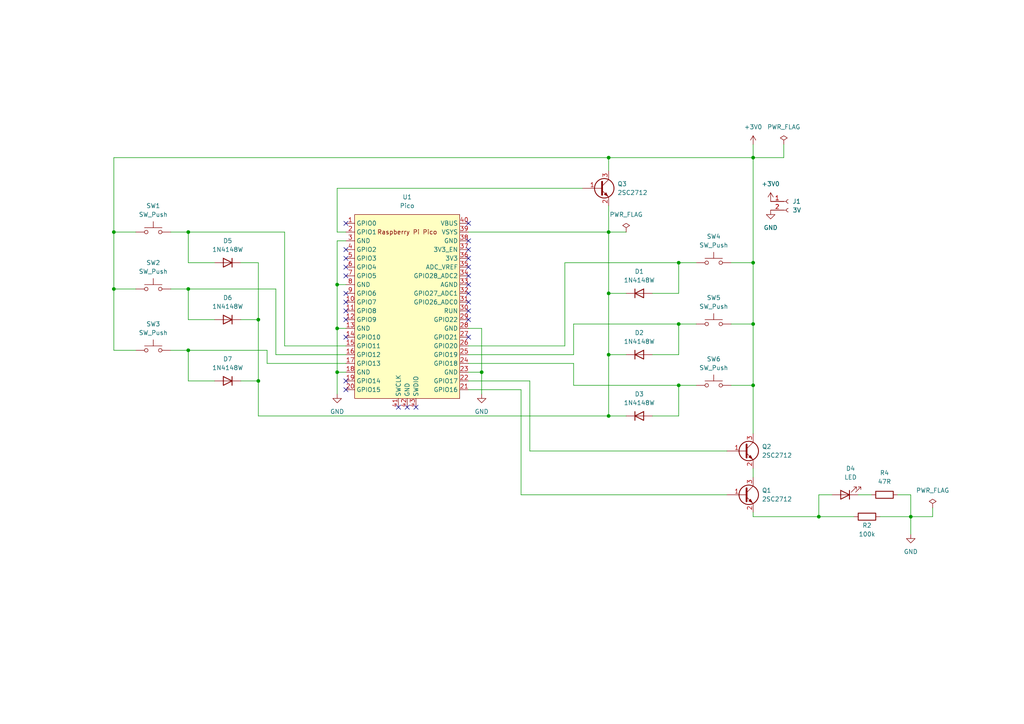
<source format=kicad_sch>
(kicad_sch (version 20211123) (generator eeschema)

  (uuid f77c0ecd-85f8-48a0-b1f0-8b4f3e3dc2b8)

  (paper "A4")

  (lib_symbols
    (symbol "Connector:Conn_01x02_Female" (pin_names (offset 1.016) hide) (in_bom yes) (on_board yes)
      (property "Reference" "J" (id 0) (at 0 2.54 0)
        (effects (font (size 1.27 1.27)))
      )
      (property "Value" "Conn_01x02_Female" (id 1) (at 0 -5.08 0)
        (effects (font (size 1.27 1.27)))
      )
      (property "Footprint" "" (id 2) (at 0 0 0)
        (effects (font (size 1.27 1.27)) hide)
      )
      (property "Datasheet" "~" (id 3) (at 0 0 0)
        (effects (font (size 1.27 1.27)) hide)
      )
      (property "ki_keywords" "connector" (id 4) (at 0 0 0)
        (effects (font (size 1.27 1.27)) hide)
      )
      (property "ki_description" "Generic connector, single row, 01x02, script generated (kicad-library-utils/schlib/autogen/connector/)" (id 5) (at 0 0 0)
        (effects (font (size 1.27 1.27)) hide)
      )
      (property "ki_fp_filters" "Connector*:*_1x??_*" (id 6) (at 0 0 0)
        (effects (font (size 1.27 1.27)) hide)
      )
      (symbol "Conn_01x02_Female_1_1"
        (arc (start 0 -2.032) (mid -0.508 -2.54) (end 0 -3.048)
          (stroke (width 0.1524) (type default) (color 0 0 0 0))
          (fill (type none))
        )
        (polyline
          (pts
            (xy -1.27 -2.54)
            (xy -0.508 -2.54)
          )
          (stroke (width 0.1524) (type default) (color 0 0 0 0))
          (fill (type none))
        )
        (polyline
          (pts
            (xy -1.27 0)
            (xy -0.508 0)
          )
          (stroke (width 0.1524) (type default) (color 0 0 0 0))
          (fill (type none))
        )
        (arc (start 0 0.508) (mid -0.508 0) (end 0 -0.508)
          (stroke (width 0.1524) (type default) (color 0 0 0 0))
          (fill (type none))
        )
        (pin passive line (at -5.08 0 0) (length 3.81)
          (name "Pin_1" (effects (font (size 1.27 1.27))))
          (number "1" (effects (font (size 1.27 1.27))))
        )
        (pin passive line (at -5.08 -2.54 0) (length 3.81)
          (name "Pin_2" (effects (font (size 1.27 1.27))))
          (number "2" (effects (font (size 1.27 1.27))))
        )
      )
    )
    (symbol "Device:LED" (pin_numbers hide) (pin_names (offset 1.016) hide) (in_bom yes) (on_board yes)
      (property "Reference" "D" (id 0) (at 0 2.54 0)
        (effects (font (size 1.27 1.27)))
      )
      (property "Value" "LED" (id 1) (at 0 -2.54 0)
        (effects (font (size 1.27 1.27)))
      )
      (property "Footprint" "" (id 2) (at 0 0 0)
        (effects (font (size 1.27 1.27)) hide)
      )
      (property "Datasheet" "~" (id 3) (at 0 0 0)
        (effects (font (size 1.27 1.27)) hide)
      )
      (property "ki_keywords" "LED diode" (id 4) (at 0 0 0)
        (effects (font (size 1.27 1.27)) hide)
      )
      (property "ki_description" "Light emitting diode" (id 5) (at 0 0 0)
        (effects (font (size 1.27 1.27)) hide)
      )
      (property "ki_fp_filters" "LED* LED_SMD:* LED_THT:*" (id 6) (at 0 0 0)
        (effects (font (size 1.27 1.27)) hide)
      )
      (symbol "LED_0_1"
        (polyline
          (pts
            (xy -1.27 -1.27)
            (xy -1.27 1.27)
          )
          (stroke (width 0.254) (type default) (color 0 0 0 0))
          (fill (type none))
        )
        (polyline
          (pts
            (xy -1.27 0)
            (xy 1.27 0)
          )
          (stroke (width 0) (type default) (color 0 0 0 0))
          (fill (type none))
        )
        (polyline
          (pts
            (xy 1.27 -1.27)
            (xy 1.27 1.27)
            (xy -1.27 0)
            (xy 1.27 -1.27)
          )
          (stroke (width 0.254) (type default) (color 0 0 0 0))
          (fill (type none))
        )
        (polyline
          (pts
            (xy -3.048 -0.762)
            (xy -4.572 -2.286)
            (xy -3.81 -2.286)
            (xy -4.572 -2.286)
            (xy -4.572 -1.524)
          )
          (stroke (width 0) (type default) (color 0 0 0 0))
          (fill (type none))
        )
        (polyline
          (pts
            (xy -1.778 -0.762)
            (xy -3.302 -2.286)
            (xy -2.54 -2.286)
            (xy -3.302 -2.286)
            (xy -3.302 -1.524)
          )
          (stroke (width 0) (type default) (color 0 0 0 0))
          (fill (type none))
        )
      )
      (symbol "LED_1_1"
        (pin passive line (at -3.81 0 0) (length 2.54)
          (name "K" (effects (font (size 1.27 1.27))))
          (number "1" (effects (font (size 1.27 1.27))))
        )
        (pin passive line (at 3.81 0 180) (length 2.54)
          (name "A" (effects (font (size 1.27 1.27))))
          (number "2" (effects (font (size 1.27 1.27))))
        )
      )
    )
    (symbol "Device:Q_NPN_BEC" (pin_names (offset 0) hide) (in_bom yes) (on_board yes)
      (property "Reference" "Q" (id 0) (at 5.08 1.27 0)
        (effects (font (size 1.27 1.27)) (justify left))
      )
      (property "Value" "Q_NPN_BEC" (id 1) (at 5.08 -1.27 0)
        (effects (font (size 1.27 1.27)) (justify left))
      )
      (property "Footprint" "" (id 2) (at 5.08 2.54 0)
        (effects (font (size 1.27 1.27)) hide)
      )
      (property "Datasheet" "~" (id 3) (at 0 0 0)
        (effects (font (size 1.27 1.27)) hide)
      )
      (property "ki_keywords" "transistor NPN" (id 4) (at 0 0 0)
        (effects (font (size 1.27 1.27)) hide)
      )
      (property "ki_description" "NPN transistor, base/emitter/collector" (id 5) (at 0 0 0)
        (effects (font (size 1.27 1.27)) hide)
      )
      (symbol "Q_NPN_BEC_0_1"
        (polyline
          (pts
            (xy 0.635 0.635)
            (xy 2.54 2.54)
          )
          (stroke (width 0) (type default) (color 0 0 0 0))
          (fill (type none))
        )
        (polyline
          (pts
            (xy 0.635 -0.635)
            (xy 2.54 -2.54)
            (xy 2.54 -2.54)
          )
          (stroke (width 0) (type default) (color 0 0 0 0))
          (fill (type none))
        )
        (polyline
          (pts
            (xy 0.635 1.905)
            (xy 0.635 -1.905)
            (xy 0.635 -1.905)
          )
          (stroke (width 0.508) (type default) (color 0 0 0 0))
          (fill (type none))
        )
        (polyline
          (pts
            (xy 1.27 -1.778)
            (xy 1.778 -1.27)
            (xy 2.286 -2.286)
            (xy 1.27 -1.778)
            (xy 1.27 -1.778)
          )
          (stroke (width 0) (type default) (color 0 0 0 0))
          (fill (type outline))
        )
        (circle (center 1.27 0) (radius 2.8194)
          (stroke (width 0.254) (type default) (color 0 0 0 0))
          (fill (type none))
        )
      )
      (symbol "Q_NPN_BEC_1_1"
        (pin input line (at -5.08 0 0) (length 5.715)
          (name "B" (effects (font (size 1.27 1.27))))
          (number "1" (effects (font (size 1.27 1.27))))
        )
        (pin passive line (at 2.54 -5.08 90) (length 2.54)
          (name "E" (effects (font (size 1.27 1.27))))
          (number "2" (effects (font (size 1.27 1.27))))
        )
        (pin passive line (at 2.54 5.08 270) (length 2.54)
          (name "C" (effects (font (size 1.27 1.27))))
          (number "3" (effects (font (size 1.27 1.27))))
        )
      )
    )
    (symbol "Device:R" (pin_numbers hide) (pin_names (offset 0)) (in_bom yes) (on_board yes)
      (property "Reference" "R" (id 0) (at 2.032 0 90)
        (effects (font (size 1.27 1.27)))
      )
      (property "Value" "R" (id 1) (at 0 0 90)
        (effects (font (size 1.27 1.27)))
      )
      (property "Footprint" "" (id 2) (at -1.778 0 90)
        (effects (font (size 1.27 1.27)) hide)
      )
      (property "Datasheet" "~" (id 3) (at 0 0 0)
        (effects (font (size 1.27 1.27)) hide)
      )
      (property "ki_keywords" "R res resistor" (id 4) (at 0 0 0)
        (effects (font (size 1.27 1.27)) hide)
      )
      (property "ki_description" "Resistor" (id 5) (at 0 0 0)
        (effects (font (size 1.27 1.27)) hide)
      )
      (property "ki_fp_filters" "R_*" (id 6) (at 0 0 0)
        (effects (font (size 1.27 1.27)) hide)
      )
      (symbol "R_0_1"
        (rectangle (start -1.016 -2.54) (end 1.016 2.54)
          (stroke (width 0.254) (type default) (color 0 0 0 0))
          (fill (type none))
        )
      )
      (symbol "R_1_1"
        (pin passive line (at 0 3.81 270) (length 1.27)
          (name "~" (effects (font (size 1.27 1.27))))
          (number "1" (effects (font (size 1.27 1.27))))
        )
        (pin passive line (at 0 -3.81 90) (length 1.27)
          (name "~" (effects (font (size 1.27 1.27))))
          (number "2" (effects (font (size 1.27 1.27))))
        )
      )
    )
    (symbol "Diode:1N4148W" (pin_numbers hide) (pin_names (offset 1.016) hide) (in_bom yes) (on_board yes)
      (property "Reference" "D" (id 0) (at 0 2.54 0)
        (effects (font (size 1.27 1.27)))
      )
      (property "Value" "1N4148W" (id 1) (at 0 -2.54 0)
        (effects (font (size 1.27 1.27)))
      )
      (property "Footprint" "Diode_SMD:D_SOD-123" (id 2) (at 0 -4.445 0)
        (effects (font (size 1.27 1.27)) hide)
      )
      (property "Datasheet" "https://www.vishay.com/docs/85748/1n4148w.pdf" (id 3) (at 0 0 0)
        (effects (font (size 1.27 1.27)) hide)
      )
      (property "ki_keywords" "diode" (id 4) (at 0 0 0)
        (effects (font (size 1.27 1.27)) hide)
      )
      (property "ki_description" "75V 0.15A Fast Switching Diode, SOD-123" (id 5) (at 0 0 0)
        (effects (font (size 1.27 1.27)) hide)
      )
      (property "ki_fp_filters" "D*SOD?123*" (id 6) (at 0 0 0)
        (effects (font (size 1.27 1.27)) hide)
      )
      (symbol "1N4148W_0_1"
        (polyline
          (pts
            (xy -1.27 1.27)
            (xy -1.27 -1.27)
          )
          (stroke (width 0.254) (type default) (color 0 0 0 0))
          (fill (type none))
        )
        (polyline
          (pts
            (xy 1.27 0)
            (xy -1.27 0)
          )
          (stroke (width 0) (type default) (color 0 0 0 0))
          (fill (type none))
        )
        (polyline
          (pts
            (xy 1.27 1.27)
            (xy 1.27 -1.27)
            (xy -1.27 0)
            (xy 1.27 1.27)
          )
          (stroke (width 0.254) (type default) (color 0 0 0 0))
          (fill (type none))
        )
      )
      (symbol "1N4148W_1_1"
        (pin passive line (at -3.81 0 0) (length 2.54)
          (name "K" (effects (font (size 1.27 1.27))))
          (number "1" (effects (font (size 1.27 1.27))))
        )
        (pin passive line (at 3.81 0 180) (length 2.54)
          (name "A" (effects (font (size 1.27 1.27))))
          (number "2" (effects (font (size 1.27 1.27))))
        )
      )
    )
    (symbol "MCU_RaspberryPi_and_Boards:Pico" (in_bom yes) (on_board yes)
      (property "Reference" "U" (id 0) (at -13.97 27.94 0)
        (effects (font (size 1.27 1.27)))
      )
      (property "Value" "Pico" (id 1) (at 0 19.05 0)
        (effects (font (size 1.27 1.27)))
      )
      (property "Footprint" "RPi_Pico:RPi_Pico_SMD_TH" (id 2) (at 0 0 90)
        (effects (font (size 1.27 1.27)) hide)
      )
      (property "Datasheet" "" (id 3) (at 0 0 0)
        (effects (font (size 1.27 1.27)) hide)
      )
      (symbol "Pico_0_0"
        (text "Raspberry Pi Pico" (at 0 21.59 0)
          (effects (font (size 1.27 1.27)))
        )
      )
      (symbol "Pico_0_1"
        (rectangle (start -15.24 26.67) (end 15.24 -26.67)
          (stroke (width 0) (type default) (color 0 0 0 0))
          (fill (type background))
        )
      )
      (symbol "Pico_1_1"
        (pin bidirectional line (at -17.78 24.13 0) (length 2.54)
          (name "GPIO0" (effects (font (size 1.27 1.27))))
          (number "1" (effects (font (size 1.27 1.27))))
        )
        (pin bidirectional line (at -17.78 1.27 0) (length 2.54)
          (name "GPIO7" (effects (font (size 1.27 1.27))))
          (number "10" (effects (font (size 1.27 1.27))))
        )
        (pin bidirectional line (at -17.78 -1.27 0) (length 2.54)
          (name "GPIO8" (effects (font (size 1.27 1.27))))
          (number "11" (effects (font (size 1.27 1.27))))
        )
        (pin bidirectional line (at -17.78 -3.81 0) (length 2.54)
          (name "GPIO9" (effects (font (size 1.27 1.27))))
          (number "12" (effects (font (size 1.27 1.27))))
        )
        (pin power_in line (at -17.78 -6.35 0) (length 2.54)
          (name "GND" (effects (font (size 1.27 1.27))))
          (number "13" (effects (font (size 1.27 1.27))))
        )
        (pin bidirectional line (at -17.78 -8.89 0) (length 2.54)
          (name "GPIO10" (effects (font (size 1.27 1.27))))
          (number "14" (effects (font (size 1.27 1.27))))
        )
        (pin bidirectional line (at -17.78 -11.43 0) (length 2.54)
          (name "GPIO11" (effects (font (size 1.27 1.27))))
          (number "15" (effects (font (size 1.27 1.27))))
        )
        (pin bidirectional line (at -17.78 -13.97 0) (length 2.54)
          (name "GPIO12" (effects (font (size 1.27 1.27))))
          (number "16" (effects (font (size 1.27 1.27))))
        )
        (pin bidirectional line (at -17.78 -16.51 0) (length 2.54)
          (name "GPIO13" (effects (font (size 1.27 1.27))))
          (number "17" (effects (font (size 1.27 1.27))))
        )
        (pin power_in line (at -17.78 -19.05 0) (length 2.54)
          (name "GND" (effects (font (size 1.27 1.27))))
          (number "18" (effects (font (size 1.27 1.27))))
        )
        (pin bidirectional line (at -17.78 -21.59 0) (length 2.54)
          (name "GPIO14" (effects (font (size 1.27 1.27))))
          (number "19" (effects (font (size 1.27 1.27))))
        )
        (pin bidirectional line (at -17.78 21.59 0) (length 2.54)
          (name "GPIO1" (effects (font (size 1.27 1.27))))
          (number "2" (effects (font (size 1.27 1.27))))
        )
        (pin bidirectional line (at -17.78 -24.13 0) (length 2.54)
          (name "GPIO15" (effects (font (size 1.27 1.27))))
          (number "20" (effects (font (size 1.27 1.27))))
        )
        (pin bidirectional line (at 17.78 -24.13 180) (length 2.54)
          (name "GPIO16" (effects (font (size 1.27 1.27))))
          (number "21" (effects (font (size 1.27 1.27))))
        )
        (pin bidirectional line (at 17.78 -21.59 180) (length 2.54)
          (name "GPIO17" (effects (font (size 1.27 1.27))))
          (number "22" (effects (font (size 1.27 1.27))))
        )
        (pin power_in line (at 17.78 -19.05 180) (length 2.54)
          (name "GND" (effects (font (size 1.27 1.27))))
          (number "23" (effects (font (size 1.27 1.27))))
        )
        (pin bidirectional line (at 17.78 -16.51 180) (length 2.54)
          (name "GPIO18" (effects (font (size 1.27 1.27))))
          (number "24" (effects (font (size 1.27 1.27))))
        )
        (pin bidirectional line (at 17.78 -13.97 180) (length 2.54)
          (name "GPIO19" (effects (font (size 1.27 1.27))))
          (number "25" (effects (font (size 1.27 1.27))))
        )
        (pin bidirectional line (at 17.78 -11.43 180) (length 2.54)
          (name "GPIO20" (effects (font (size 1.27 1.27))))
          (number "26" (effects (font (size 1.27 1.27))))
        )
        (pin bidirectional line (at 17.78 -8.89 180) (length 2.54)
          (name "GPIO21" (effects (font (size 1.27 1.27))))
          (number "27" (effects (font (size 1.27 1.27))))
        )
        (pin power_in line (at 17.78 -6.35 180) (length 2.54)
          (name "GND" (effects (font (size 1.27 1.27))))
          (number "28" (effects (font (size 1.27 1.27))))
        )
        (pin bidirectional line (at 17.78 -3.81 180) (length 2.54)
          (name "GPIO22" (effects (font (size 1.27 1.27))))
          (number "29" (effects (font (size 1.27 1.27))))
        )
        (pin power_in line (at -17.78 19.05 0) (length 2.54)
          (name "GND" (effects (font (size 1.27 1.27))))
          (number "3" (effects (font (size 1.27 1.27))))
        )
        (pin input line (at 17.78 -1.27 180) (length 2.54)
          (name "RUN" (effects (font (size 1.27 1.27))))
          (number "30" (effects (font (size 1.27 1.27))))
        )
        (pin bidirectional line (at 17.78 1.27 180) (length 2.54)
          (name "GPIO26_ADC0" (effects (font (size 1.27 1.27))))
          (number "31" (effects (font (size 1.27 1.27))))
        )
        (pin bidirectional line (at 17.78 3.81 180) (length 2.54)
          (name "GPIO27_ADC1" (effects (font (size 1.27 1.27))))
          (number "32" (effects (font (size 1.27 1.27))))
        )
        (pin power_in line (at 17.78 6.35 180) (length 2.54)
          (name "AGND" (effects (font (size 1.27 1.27))))
          (number "33" (effects (font (size 1.27 1.27))))
        )
        (pin bidirectional line (at 17.78 8.89 180) (length 2.54)
          (name "GPIO28_ADC2" (effects (font (size 1.27 1.27))))
          (number "34" (effects (font (size 1.27 1.27))))
        )
        (pin power_in line (at 17.78 11.43 180) (length 2.54)
          (name "ADC_VREF" (effects (font (size 1.27 1.27))))
          (number "35" (effects (font (size 1.27 1.27))))
        )
        (pin power_in line (at 17.78 13.97 180) (length 2.54)
          (name "3V3" (effects (font (size 1.27 1.27))))
          (number "36" (effects (font (size 1.27 1.27))))
        )
        (pin input line (at 17.78 16.51 180) (length 2.54)
          (name "3V3_EN" (effects (font (size 1.27 1.27))))
          (number "37" (effects (font (size 1.27 1.27))))
        )
        (pin bidirectional line (at 17.78 19.05 180) (length 2.54)
          (name "GND" (effects (font (size 1.27 1.27))))
          (number "38" (effects (font (size 1.27 1.27))))
        )
        (pin power_in line (at 17.78 21.59 180) (length 2.54)
          (name "VSYS" (effects (font (size 1.27 1.27))))
          (number "39" (effects (font (size 1.27 1.27))))
        )
        (pin bidirectional line (at -17.78 16.51 0) (length 2.54)
          (name "GPIO2" (effects (font (size 1.27 1.27))))
          (number "4" (effects (font (size 1.27 1.27))))
        )
        (pin power_in line (at 17.78 24.13 180) (length 2.54)
          (name "VBUS" (effects (font (size 1.27 1.27))))
          (number "40" (effects (font (size 1.27 1.27))))
        )
        (pin input line (at -2.54 -29.21 90) (length 2.54)
          (name "SWCLK" (effects (font (size 1.27 1.27))))
          (number "41" (effects (font (size 1.27 1.27))))
        )
        (pin power_in line (at 0 -29.21 90) (length 2.54)
          (name "GND" (effects (font (size 1.27 1.27))))
          (number "42" (effects (font (size 1.27 1.27))))
        )
        (pin bidirectional line (at 2.54 -29.21 90) (length 2.54)
          (name "SWDIO" (effects (font (size 1.27 1.27))))
          (number "43" (effects (font (size 1.27 1.27))))
        )
        (pin bidirectional line (at -17.78 13.97 0) (length 2.54)
          (name "GPIO3" (effects (font (size 1.27 1.27))))
          (number "5" (effects (font (size 1.27 1.27))))
        )
        (pin bidirectional line (at -17.78 11.43 0) (length 2.54)
          (name "GPIO4" (effects (font (size 1.27 1.27))))
          (number "6" (effects (font (size 1.27 1.27))))
        )
        (pin bidirectional line (at -17.78 8.89 0) (length 2.54)
          (name "GPIO5" (effects (font (size 1.27 1.27))))
          (number "7" (effects (font (size 1.27 1.27))))
        )
        (pin power_in line (at -17.78 6.35 0) (length 2.54)
          (name "GND" (effects (font (size 1.27 1.27))))
          (number "8" (effects (font (size 1.27 1.27))))
        )
        (pin bidirectional line (at -17.78 3.81 0) (length 2.54)
          (name "GPIO6" (effects (font (size 1.27 1.27))))
          (number "9" (effects (font (size 1.27 1.27))))
        )
      )
    )
    (symbol "Switch:SW_Push" (pin_numbers hide) (pin_names (offset 1.016) hide) (in_bom yes) (on_board yes)
      (property "Reference" "SW" (id 0) (at 1.27 2.54 0)
        (effects (font (size 1.27 1.27)) (justify left))
      )
      (property "Value" "SW_Push" (id 1) (at 0 -1.524 0)
        (effects (font (size 1.27 1.27)))
      )
      (property "Footprint" "" (id 2) (at 0 5.08 0)
        (effects (font (size 1.27 1.27)) hide)
      )
      (property "Datasheet" "~" (id 3) (at 0 5.08 0)
        (effects (font (size 1.27 1.27)) hide)
      )
      (property "ki_keywords" "switch normally-open pushbutton push-button" (id 4) (at 0 0 0)
        (effects (font (size 1.27 1.27)) hide)
      )
      (property "ki_description" "Push button switch, generic, two pins" (id 5) (at 0 0 0)
        (effects (font (size 1.27 1.27)) hide)
      )
      (symbol "SW_Push_0_1"
        (circle (center -2.032 0) (radius 0.508)
          (stroke (width 0) (type default) (color 0 0 0 0))
          (fill (type none))
        )
        (polyline
          (pts
            (xy 0 1.27)
            (xy 0 3.048)
          )
          (stroke (width 0) (type default) (color 0 0 0 0))
          (fill (type none))
        )
        (polyline
          (pts
            (xy 2.54 1.27)
            (xy -2.54 1.27)
          )
          (stroke (width 0) (type default) (color 0 0 0 0))
          (fill (type none))
        )
        (circle (center 2.032 0) (radius 0.508)
          (stroke (width 0) (type default) (color 0 0 0 0))
          (fill (type none))
        )
        (pin passive line (at -5.08 0 0) (length 2.54)
          (name "1" (effects (font (size 1.27 1.27))))
          (number "1" (effects (font (size 1.27 1.27))))
        )
        (pin passive line (at 5.08 0 180) (length 2.54)
          (name "2" (effects (font (size 1.27 1.27))))
          (number "2" (effects (font (size 1.27 1.27))))
        )
      )
    )
    (symbol "power:+3V0" (power) (pin_names (offset 0)) (in_bom yes) (on_board yes)
      (property "Reference" "#PWR" (id 0) (at 0 -3.81 0)
        (effects (font (size 1.27 1.27)) hide)
      )
      (property "Value" "+3V0" (id 1) (at 0 3.556 0)
        (effects (font (size 1.27 1.27)))
      )
      (property "Footprint" "" (id 2) (at 0 0 0)
        (effects (font (size 1.27 1.27)) hide)
      )
      (property "Datasheet" "" (id 3) (at 0 0 0)
        (effects (font (size 1.27 1.27)) hide)
      )
      (property "ki_keywords" "power-flag" (id 4) (at 0 0 0)
        (effects (font (size 1.27 1.27)) hide)
      )
      (property "ki_description" "Power symbol creates a global label with name \"+3V0\"" (id 5) (at 0 0 0)
        (effects (font (size 1.27 1.27)) hide)
      )
      (symbol "+3V0_0_1"
        (polyline
          (pts
            (xy -0.762 1.27)
            (xy 0 2.54)
          )
          (stroke (width 0) (type default) (color 0 0 0 0))
          (fill (type none))
        )
        (polyline
          (pts
            (xy 0 0)
            (xy 0 2.54)
          )
          (stroke (width 0) (type default) (color 0 0 0 0))
          (fill (type none))
        )
        (polyline
          (pts
            (xy 0 2.54)
            (xy 0.762 1.27)
          )
          (stroke (width 0) (type default) (color 0 0 0 0))
          (fill (type none))
        )
      )
      (symbol "+3V0_1_1"
        (pin power_in line (at 0 0 90) (length 0) hide
          (name "+3V0" (effects (font (size 1.27 1.27))))
          (number "1" (effects (font (size 1.27 1.27))))
        )
      )
    )
    (symbol "power:GND" (power) (pin_names (offset 0)) (in_bom yes) (on_board yes)
      (property "Reference" "#PWR" (id 0) (at 0 -6.35 0)
        (effects (font (size 1.27 1.27)) hide)
      )
      (property "Value" "GND" (id 1) (at 0 -3.81 0)
        (effects (font (size 1.27 1.27)))
      )
      (property "Footprint" "" (id 2) (at 0 0 0)
        (effects (font (size 1.27 1.27)) hide)
      )
      (property "Datasheet" "" (id 3) (at 0 0 0)
        (effects (font (size 1.27 1.27)) hide)
      )
      (property "ki_keywords" "power-flag" (id 4) (at 0 0 0)
        (effects (font (size 1.27 1.27)) hide)
      )
      (property "ki_description" "Power symbol creates a global label with name \"GND\" , ground" (id 5) (at 0 0 0)
        (effects (font (size 1.27 1.27)) hide)
      )
      (symbol "GND_0_1"
        (polyline
          (pts
            (xy 0 0)
            (xy 0 -1.27)
            (xy 1.27 -1.27)
            (xy 0 -2.54)
            (xy -1.27 -1.27)
            (xy 0 -1.27)
          )
          (stroke (width 0) (type default) (color 0 0 0 0))
          (fill (type none))
        )
      )
      (symbol "GND_1_1"
        (pin power_in line (at 0 0 270) (length 0) hide
          (name "GND" (effects (font (size 1.27 1.27))))
          (number "1" (effects (font (size 1.27 1.27))))
        )
      )
    )
    (symbol "power:PWR_FLAG" (power) (pin_numbers hide) (pin_names (offset 0) hide) (in_bom yes) (on_board yes)
      (property "Reference" "#FLG" (id 0) (at 0 1.905 0)
        (effects (font (size 1.27 1.27)) hide)
      )
      (property "Value" "PWR_FLAG" (id 1) (at 0 3.81 0)
        (effects (font (size 1.27 1.27)))
      )
      (property "Footprint" "" (id 2) (at 0 0 0)
        (effects (font (size 1.27 1.27)) hide)
      )
      (property "Datasheet" "~" (id 3) (at 0 0 0)
        (effects (font (size 1.27 1.27)) hide)
      )
      (property "ki_keywords" "power-flag" (id 4) (at 0 0 0)
        (effects (font (size 1.27 1.27)) hide)
      )
      (property "ki_description" "Special symbol for telling ERC where power comes from" (id 5) (at 0 0 0)
        (effects (font (size 1.27 1.27)) hide)
      )
      (symbol "PWR_FLAG_0_0"
        (pin power_out line (at 0 0 90) (length 0)
          (name "pwr" (effects (font (size 1.27 1.27))))
          (number "1" (effects (font (size 1.27 1.27))))
        )
      )
      (symbol "PWR_FLAG_0_1"
        (polyline
          (pts
            (xy 0 0)
            (xy 0 1.27)
            (xy -1.016 1.905)
            (xy 0 2.54)
            (xy 1.016 1.905)
            (xy 0 1.27)
          )
          (stroke (width 0) (type default) (color 0 0 0 0))
          (fill (type none))
        )
      )
    )
  )

  (junction (at 54.61 83.82) (diameter 0) (color 0 0 0 0)
    (uuid 11251e7d-9b91-43e6-8131-885d5d3ee79c)
  )
  (junction (at 218.44 45.72) (diameter 0) (color 0 0 0 0)
    (uuid 121829ac-147b-48a9-8221-9a4bd7c59d2c)
  )
  (junction (at 218.44 76.2) (diameter 0) (color 0 0 0 0)
    (uuid 19671aa9-998d-4c3d-96bb-7740f63f8829)
  )
  (junction (at 264.16 149.86) (diameter 0) (color 0 0 0 0)
    (uuid 1e26caf4-11e6-493a-8190-332905190ec5)
  )
  (junction (at 33.02 67.31) (diameter 0) (color 0 0 0 0)
    (uuid 208a58ae-87f4-46a3-8552-132f2f99210b)
  )
  (junction (at 218.44 93.98) (diameter 0) (color 0 0 0 0)
    (uuid 20b6e915-f889-4601-879a-91b77b20d137)
  )
  (junction (at 176.53 67.31) (diameter 0) (color 0 0 0 0)
    (uuid 2cb5efda-ccb5-4b36-ad25-5c66e47a8134)
  )
  (junction (at 74.93 92.71) (diameter 0) (color 0 0 0 0)
    (uuid 43fc25a9-2d74-4989-a560-24c4dfef4d52)
  )
  (junction (at 176.53 102.87) (diameter 0) (color 0 0 0 0)
    (uuid 4694ce38-3164-4cce-9d4a-ad2e541142c8)
  )
  (junction (at 176.53 45.72) (diameter 0) (color 0 0 0 0)
    (uuid 4f56037b-0454-4e1b-b36e-de20a38599ba)
  )
  (junction (at 196.85 93.98) (diameter 0) (color 0 0 0 0)
    (uuid 52796682-e0c0-48f7-82d0-51bd14b72803)
  )
  (junction (at 196.85 76.2) (diameter 0) (color 0 0 0 0)
    (uuid 5341bb47-2aad-42ef-af3b-0da5bd383294)
  )
  (junction (at 196.85 111.76) (diameter 0) (color 0 0 0 0)
    (uuid 7474f4a6-989b-4db1-811e-cca9db8a90fc)
  )
  (junction (at 97.79 107.95) (diameter 0) (color 0 0 0 0)
    (uuid 861aca40-8a29-4c21-8bb1-0034999b74ba)
  )
  (junction (at 97.79 82.55) (diameter 0) (color 0 0 0 0)
    (uuid 90155622-df4e-46c9-a9a4-147ab75a84b4)
  )
  (junction (at 176.53 120.65) (diameter 0) (color 0 0 0 0)
    (uuid 9a5df7f7-93d8-4307-a488-06faf1f69b48)
  )
  (junction (at 54.61 101.6) (diameter 0) (color 0 0 0 0)
    (uuid 9bb6f3e6-8294-45f6-9909-863dda0c108f)
  )
  (junction (at 218.44 111.76) (diameter 0) (color 0 0 0 0)
    (uuid a1ba6fa5-f080-4cce-9891-03bede5f873c)
  )
  (junction (at 237.49 149.86) (diameter 0) (color 0 0 0 0)
    (uuid a4a84a79-aab6-4767-86cd-61d3584e9e33)
  )
  (junction (at 74.93 110.49) (diameter 0) (color 0 0 0 0)
    (uuid ae0a9ca7-964e-4863-b975-31c825722cd6)
  )
  (junction (at 139.7 107.95) (diameter 0) (color 0 0 0 0)
    (uuid b1da3fe9-6625-4a82-9cb9-3f5bf83c48d4)
  )
  (junction (at 176.53 85.09) (diameter 0) (color 0 0 0 0)
    (uuid bec64402-9439-4b31-929e-a9987468534a)
  )
  (junction (at 33.02 83.82) (diameter 0) (color 0 0 0 0)
    (uuid c05d33dc-1d15-42f9-b3ef-ce3571d4daef)
  )
  (junction (at 54.61 67.31) (diameter 0) (color 0 0 0 0)
    (uuid c4167e24-4236-441a-a0af-8242eda714d6)
  )
  (junction (at 97.79 95.25) (diameter 0) (color 0 0 0 0)
    (uuid de493746-f7e6-427e-910b-06acbb001707)
  )

  (no_connect (at 135.89 69.85) (uuid 6e69850e-a506-4335-872d-1b52eaf01634))
  (no_connect (at 118.11 118.11) (uuid 81a08eb2-ec90-4415-91ce-9c8485febf9a))
  (no_connect (at 115.57 118.11) (uuid 81a08eb2-ec90-4415-91ce-9c8485febf9b))
  (no_connect (at 120.65 118.11) (uuid 81a08eb2-ec90-4415-91ce-9c8485febf9c))
  (no_connect (at 135.89 72.39) (uuid cc0db0d1-5a65-4648-a2db-ce4369d559fb))
  (no_connect (at 135.89 74.93) (uuid cc0db0d1-5a65-4648-a2db-ce4369d559fc))
  (no_connect (at 135.89 90.17) (uuid cc0db0d1-5a65-4648-a2db-ce4369d559fd))
  (no_connect (at 135.89 87.63) (uuid cc0db0d1-5a65-4648-a2db-ce4369d559fe))
  (no_connect (at 135.89 97.79) (uuid cc0db0d1-5a65-4648-a2db-ce4369d559ff))
  (no_connect (at 135.89 92.71) (uuid cc0db0d1-5a65-4648-a2db-ce4369d55a00))
  (no_connect (at 135.89 77.47) (uuid cc0db0d1-5a65-4648-a2db-ce4369d55a01))
  (no_connect (at 135.89 80.01) (uuid cc0db0d1-5a65-4648-a2db-ce4369d55a02))
  (no_connect (at 135.89 85.09) (uuid cc0db0d1-5a65-4648-a2db-ce4369d55a03))
  (no_connect (at 135.89 82.55) (uuid cc0db0d1-5a65-4648-a2db-ce4369d55a04))
  (no_connect (at 100.33 85.09) (uuid cc0db0d1-5a65-4648-a2db-ce4369d55a05))
  (no_connect (at 100.33 80.01) (uuid cc0db0d1-5a65-4648-a2db-ce4369d55a06))
  (no_connect (at 100.33 77.47) (uuid cc0db0d1-5a65-4648-a2db-ce4369d55a07))
  (no_connect (at 100.33 74.93) (uuid cc0db0d1-5a65-4648-a2db-ce4369d55a08))
  (no_connect (at 100.33 72.39) (uuid cc0db0d1-5a65-4648-a2db-ce4369d55a09))
  (no_connect (at 100.33 64.77) (uuid cc0db0d1-5a65-4648-a2db-ce4369d55a0a))
  (no_connect (at 135.89 64.77) (uuid cc0db0d1-5a65-4648-a2db-ce4369d55a0b))
  (no_connect (at 100.33 97.79) (uuid cc0db0d1-5a65-4648-a2db-ce4369d55a0c))
  (no_connect (at 100.33 92.71) (uuid cc0db0d1-5a65-4648-a2db-ce4369d55a0d))
  (no_connect (at 100.33 90.17) (uuid cc0db0d1-5a65-4648-a2db-ce4369d55a0e))
  (no_connect (at 100.33 87.63) (uuid cc0db0d1-5a65-4648-a2db-ce4369d55a0f))
  (no_connect (at 100.33 113.03) (uuid cc0db0d1-5a65-4648-a2db-ce4369d55a10))
  (no_connect (at 100.33 110.49) (uuid cc0db0d1-5a65-4648-a2db-ce4369d55a11))

  (wire (pts (xy 166.37 93.98) (xy 166.37 102.87))
    (stroke (width 0) (type default) (color 0 0 0 0))
    (uuid 01628ef7-435e-43ac-a248-219c70ff868a)
  )
  (wire (pts (xy 54.61 101.6) (xy 77.47 101.6))
    (stroke (width 0) (type default) (color 0 0 0 0))
    (uuid 022391e7-2de1-40f4-8253-d18ced29d70a)
  )
  (wire (pts (xy 97.79 82.55) (xy 97.79 95.25))
    (stroke (width 0) (type default) (color 0 0 0 0))
    (uuid 0294907b-91e4-41e6-b2ee-c03b0fbf3706)
  )
  (wire (pts (xy 97.79 69.85) (xy 97.79 82.55))
    (stroke (width 0) (type default) (color 0 0 0 0))
    (uuid 038d35d4-87c2-4215-bbe0-e7f68f762f0e)
  )
  (wire (pts (xy 218.44 148.59) (xy 218.44 149.86))
    (stroke (width 0) (type default) (color 0 0 0 0))
    (uuid 0596e5b4-aea4-4ef8-af4d-b1c0d148e077)
  )
  (wire (pts (xy 264.16 149.86) (xy 264.16 154.94))
    (stroke (width 0) (type default) (color 0 0 0 0))
    (uuid 0791315e-f50a-4b4a-8ef8-3b37cada8756)
  )
  (wire (pts (xy 151.13 113.03) (xy 151.13 143.51))
    (stroke (width 0) (type default) (color 0 0 0 0))
    (uuid 07c044f1-d230-45bf-a0f2-e7dae2251768)
  )
  (wire (pts (xy 166.37 93.98) (xy 196.85 93.98))
    (stroke (width 0) (type default) (color 0 0 0 0))
    (uuid 08ff9e1e-b945-46a4-b6b9-b16f072f236d)
  )
  (wire (pts (xy 212.09 93.98) (xy 218.44 93.98))
    (stroke (width 0) (type default) (color 0 0 0 0))
    (uuid 094ea97d-0a0a-4728-bff8-b2a3156435e3)
  )
  (wire (pts (xy 176.53 49.53) (xy 176.53 45.72))
    (stroke (width 0) (type default) (color 0 0 0 0))
    (uuid 12464281-4048-46e6-805f-cb9bc2a598cc)
  )
  (wire (pts (xy 189.23 85.09) (xy 196.85 85.09))
    (stroke (width 0) (type default) (color 0 0 0 0))
    (uuid 124eee71-a752-423a-bcd5-89f8d31bb339)
  )
  (wire (pts (xy 135.89 100.33) (xy 163.83 100.33))
    (stroke (width 0) (type default) (color 0 0 0 0))
    (uuid 12d84bb7-1917-4dac-8d73-512919fbd8c8)
  )
  (wire (pts (xy 196.85 93.98) (xy 201.93 93.98))
    (stroke (width 0) (type default) (color 0 0 0 0))
    (uuid 16abd5fc-f110-4174-8d16-e005b31ff16e)
  )
  (wire (pts (xy 176.53 67.31) (xy 176.53 85.09))
    (stroke (width 0) (type default) (color 0 0 0 0))
    (uuid 1df9b3a8-0d9a-4804-8042-3ebc9d45100c)
  )
  (wire (pts (xy 69.85 110.49) (xy 74.93 110.49))
    (stroke (width 0) (type default) (color 0 0 0 0))
    (uuid 1e612569-d51e-4552-8c17-ee4496ae117d)
  )
  (wire (pts (xy 237.49 143.51) (xy 237.49 149.86))
    (stroke (width 0) (type default) (color 0 0 0 0))
    (uuid 1efa6a17-8dfa-433b-8de7-bcdf004e66be)
  )
  (wire (pts (xy 153.67 130.81) (xy 210.82 130.81))
    (stroke (width 0) (type default) (color 0 0 0 0))
    (uuid 1f1e3d68-a947-4612-b78b-f85f3c00f3c1)
  )
  (wire (pts (xy 135.89 102.87) (xy 166.37 102.87))
    (stroke (width 0) (type default) (color 0 0 0 0))
    (uuid 1f444471-f0fe-494f-894f-5d9973d6447b)
  )
  (wire (pts (xy 270.51 149.86) (xy 264.16 149.86))
    (stroke (width 0) (type default) (color 0 0 0 0))
    (uuid 229c795c-660d-47e6-ba1d-3b05a859dc7e)
  )
  (wire (pts (xy 97.79 54.61) (xy 97.79 67.31))
    (stroke (width 0) (type default) (color 0 0 0 0))
    (uuid 2447e65d-2689-49b0-81e6-69f2dcdd6a39)
  )
  (wire (pts (xy 153.67 110.49) (xy 153.67 130.81))
    (stroke (width 0) (type default) (color 0 0 0 0))
    (uuid 27dc6b71-963b-4c06-bc24-91a73fb024ed)
  )
  (wire (pts (xy 176.53 102.87) (xy 181.61 102.87))
    (stroke (width 0) (type default) (color 0 0 0 0))
    (uuid 29946ab7-baab-4f7a-bfac-b00ad0038f1c)
  )
  (wire (pts (xy 176.53 120.65) (xy 181.61 120.65))
    (stroke (width 0) (type default) (color 0 0 0 0))
    (uuid 2a93f1a3-e7da-47d5-a06b-90988988101d)
  )
  (wire (pts (xy 196.85 111.76) (xy 196.85 120.65))
    (stroke (width 0) (type default) (color 0 0 0 0))
    (uuid 2bf6884c-adbe-4f03-bdf4-ce389625f2f2)
  )
  (wire (pts (xy 218.44 111.76) (xy 218.44 125.73))
    (stroke (width 0) (type default) (color 0 0 0 0))
    (uuid 2d3d0d14-be4d-45a4-b523-387be7e6c5fe)
  )
  (wire (pts (xy 97.79 107.95) (xy 100.33 107.95))
    (stroke (width 0) (type default) (color 0 0 0 0))
    (uuid 2d497004-b59a-4a11-ab5b-5bfccd1a3e08)
  )
  (wire (pts (xy 227.33 41.91) (xy 227.33 45.72))
    (stroke (width 0) (type default) (color 0 0 0 0))
    (uuid 2dae097c-ccf3-4758-b2bd-37db12c4da58)
  )
  (wire (pts (xy 33.02 45.72) (xy 33.02 67.31))
    (stroke (width 0) (type default) (color 0 0 0 0))
    (uuid 2ea380d6-86df-49e5-ad55-5c962dde97b2)
  )
  (wire (pts (xy 139.7 107.95) (xy 139.7 114.3))
    (stroke (width 0) (type default) (color 0 0 0 0))
    (uuid 30a23112-2cf7-47aa-a70a-d82bfeefd7d6)
  )
  (wire (pts (xy 176.53 59.69) (xy 176.53 67.31))
    (stroke (width 0) (type default) (color 0 0 0 0))
    (uuid 3114e14f-8e13-4f8c-a650-4be4f7f8d208)
  )
  (wire (pts (xy 135.89 110.49) (xy 153.67 110.49))
    (stroke (width 0) (type default) (color 0 0 0 0))
    (uuid 3144491f-0f53-4abb-bc1f-8672a58c252a)
  )
  (wire (pts (xy 100.33 105.41) (xy 77.47 105.41))
    (stroke (width 0) (type default) (color 0 0 0 0))
    (uuid 35d655da-486e-409e-9878-5355d77cb3bd)
  )
  (wire (pts (xy 33.02 101.6) (xy 33.02 83.82))
    (stroke (width 0) (type default) (color 0 0 0 0))
    (uuid 3cf3cad0-90c9-49ae-bcda-db074a850877)
  )
  (wire (pts (xy 80.01 83.82) (xy 80.01 102.87))
    (stroke (width 0) (type default) (color 0 0 0 0))
    (uuid 3d5784f8-9212-40cd-b864-b61cd73dbf47)
  )
  (wire (pts (xy 54.61 83.82) (xy 54.61 92.71))
    (stroke (width 0) (type default) (color 0 0 0 0))
    (uuid 3f75806b-47df-4c5a-97e2-c0ffaa19fc9a)
  )
  (wire (pts (xy 74.93 110.49) (xy 74.93 120.65))
    (stroke (width 0) (type default) (color 0 0 0 0))
    (uuid 406a94a6-df19-4e01-b1fb-72e3e62fc862)
  )
  (wire (pts (xy 227.33 45.72) (xy 218.44 45.72))
    (stroke (width 0) (type default) (color 0 0 0 0))
    (uuid 427e9190-69da-4ab1-b553-3216a3740b67)
  )
  (wire (pts (xy 54.61 67.31) (xy 54.61 76.2))
    (stroke (width 0) (type default) (color 0 0 0 0))
    (uuid 47185da3-6a56-4db1-b021-feb0640ed514)
  )
  (wire (pts (xy 54.61 83.82) (xy 49.53 83.82))
    (stroke (width 0) (type default) (color 0 0 0 0))
    (uuid 4b230167-7784-4c85-9f53-ba88c71ab58b)
  )
  (wire (pts (xy 82.55 67.31) (xy 82.55 100.33))
    (stroke (width 0) (type default) (color 0 0 0 0))
    (uuid 4cac9bf1-a2b6-4fcd-8853-ef0c0dfaa50c)
  )
  (wire (pts (xy 77.47 101.6) (xy 77.47 105.41))
    (stroke (width 0) (type default) (color 0 0 0 0))
    (uuid 4d16defd-cd3c-42df-931e-d105c9e355fb)
  )
  (wire (pts (xy 176.53 45.72) (xy 33.02 45.72))
    (stroke (width 0) (type default) (color 0 0 0 0))
    (uuid 4e768cbf-a69a-4ca2-a34f-95eb877bb3b3)
  )
  (wire (pts (xy 196.85 76.2) (xy 201.93 76.2))
    (stroke (width 0) (type default) (color 0 0 0 0))
    (uuid 4f363d81-4741-4afa-b8b4-97429499be7a)
  )
  (wire (pts (xy 196.85 111.76) (xy 201.93 111.76))
    (stroke (width 0) (type default) (color 0 0 0 0))
    (uuid 4f939ba1-cda4-4fd6-b4e5-f7f8362b082e)
  )
  (wire (pts (xy 39.37 67.31) (xy 33.02 67.31))
    (stroke (width 0) (type default) (color 0 0 0 0))
    (uuid 59f23e85-9ad8-4da2-8550-4bb621f1d067)
  )
  (wire (pts (xy 218.44 135.89) (xy 218.44 138.43))
    (stroke (width 0) (type default) (color 0 0 0 0))
    (uuid 5a85fc70-906d-4f95-b7b0-2c5b0b4d2ce6)
  )
  (wire (pts (xy 166.37 111.76) (xy 196.85 111.76))
    (stroke (width 0) (type default) (color 0 0 0 0))
    (uuid 607a7d5a-9bcb-403e-9916-9eee09608bab)
  )
  (wire (pts (xy 54.61 67.31) (xy 49.53 67.31))
    (stroke (width 0) (type default) (color 0 0 0 0))
    (uuid 6091299b-de42-4bb9-92c5-3e5a2ed9e2ac)
  )
  (wire (pts (xy 97.79 69.85) (xy 100.33 69.85))
    (stroke (width 0) (type default) (color 0 0 0 0))
    (uuid 625653c2-cd11-4d09-81a6-35d10827f13b)
  )
  (wire (pts (xy 218.44 149.86) (xy 237.49 149.86))
    (stroke (width 0) (type default) (color 0 0 0 0))
    (uuid 6e1e7daf-9eab-427e-bdb9-ce02dd2dc16c)
  )
  (wire (pts (xy 212.09 76.2) (xy 218.44 76.2))
    (stroke (width 0) (type default) (color 0 0 0 0))
    (uuid 6efd8b6a-5791-4972-800a-3fa2b3f9034f)
  )
  (wire (pts (xy 176.53 67.31) (xy 181.61 67.31))
    (stroke (width 0) (type default) (color 0 0 0 0))
    (uuid 70078c64-0cfc-49b2-9b09-81730d8b2d6f)
  )
  (wire (pts (xy 135.89 95.25) (xy 139.7 95.25))
    (stroke (width 0) (type default) (color 0 0 0 0))
    (uuid 714e1834-82b6-4d83-9c80-46d1130855ad)
  )
  (wire (pts (xy 54.61 67.31) (xy 82.55 67.31))
    (stroke (width 0) (type default) (color 0 0 0 0))
    (uuid 763b5f9e-79c2-4169-97fa-7de11f7f5427)
  )
  (wire (pts (xy 39.37 101.6) (xy 33.02 101.6))
    (stroke (width 0) (type default) (color 0 0 0 0))
    (uuid 7a37669e-1d1e-474a-9d37-ae09094359e8)
  )
  (wire (pts (xy 196.85 76.2) (xy 196.85 85.09))
    (stroke (width 0) (type default) (color 0 0 0 0))
    (uuid 7b575884-c799-4c03-bc39-c22f986b13a7)
  )
  (wire (pts (xy 237.49 143.51) (xy 241.3 143.51))
    (stroke (width 0) (type default) (color 0 0 0 0))
    (uuid 7ec3bff6-cc84-4347-9466-f1a61362a846)
  )
  (wire (pts (xy 97.79 95.25) (xy 97.79 107.95))
    (stroke (width 0) (type default) (color 0 0 0 0))
    (uuid 8178c20b-1480-4322-8459-726af8b0a243)
  )
  (wire (pts (xy 248.92 143.51) (xy 252.73 143.51))
    (stroke (width 0) (type default) (color 0 0 0 0))
    (uuid 854102a1-65a8-42a3-83df-cdd3e512ad06)
  )
  (wire (pts (xy 74.93 120.65) (xy 176.53 120.65))
    (stroke (width 0) (type default) (color 0 0 0 0))
    (uuid 8627a73c-9ac2-4f88-b398-483b77b67497)
  )
  (wire (pts (xy 139.7 95.25) (xy 139.7 107.95))
    (stroke (width 0) (type default) (color 0 0 0 0))
    (uuid 88011b78-96af-43d3-802c-2414451c8658)
  )
  (wire (pts (xy 69.85 76.2) (xy 74.93 76.2))
    (stroke (width 0) (type default) (color 0 0 0 0))
    (uuid 8812fc08-6ab3-48ee-9389-b5b4b654496a)
  )
  (wire (pts (xy 97.79 54.61) (xy 168.91 54.61))
    (stroke (width 0) (type default) (color 0 0 0 0))
    (uuid 89f0001a-2d72-4d72-ae78-c9d00b2ce2d1)
  )
  (wire (pts (xy 62.23 76.2) (xy 54.61 76.2))
    (stroke (width 0) (type default) (color 0 0 0 0))
    (uuid 8f5328e6-f9a0-458e-953a-4e6697e1a25b)
  )
  (wire (pts (xy 218.44 45.72) (xy 218.44 76.2))
    (stroke (width 0) (type default) (color 0 0 0 0))
    (uuid 922bd926-696a-4639-b537-c916012078c9)
  )
  (wire (pts (xy 163.83 76.2) (xy 196.85 76.2))
    (stroke (width 0) (type default) (color 0 0 0 0))
    (uuid 92ed129a-17c2-4397-b3b1-e3d0af4f61bb)
  )
  (wire (pts (xy 264.16 143.51) (xy 260.35 143.51))
    (stroke (width 0) (type default) (color 0 0 0 0))
    (uuid 96c99296-bb17-46a6-8e81-7a26b5591b6a)
  )
  (wire (pts (xy 135.89 107.95) (xy 139.7 107.95))
    (stroke (width 0) (type default) (color 0 0 0 0))
    (uuid 9a1b8084-528f-4aaf-83f0-695670297ffd)
  )
  (wire (pts (xy 33.02 67.31) (xy 33.02 83.82))
    (stroke (width 0) (type default) (color 0 0 0 0))
    (uuid 9c2b4b51-e225-493d-88d1-d10c9c59c23e)
  )
  (wire (pts (xy 82.55 100.33) (xy 100.33 100.33))
    (stroke (width 0) (type default) (color 0 0 0 0))
    (uuid 9e005647-3662-4e6c-ab3a-d780bd17abbb)
  )
  (wire (pts (xy 39.37 83.82) (xy 33.02 83.82))
    (stroke (width 0) (type default) (color 0 0 0 0))
    (uuid 9f9f3b3f-0e8f-48b7-90c9-a312a4bbfd42)
  )
  (wire (pts (xy 151.13 143.51) (xy 210.82 143.51))
    (stroke (width 0) (type default) (color 0 0 0 0))
    (uuid a0870025-e916-4708-9984-dbe70ebaa8f1)
  )
  (wire (pts (xy 62.23 110.49) (xy 54.61 110.49))
    (stroke (width 0) (type default) (color 0 0 0 0))
    (uuid a3970a67-945b-4cd8-a3dd-222799e109f4)
  )
  (wire (pts (xy 54.61 101.6) (xy 49.53 101.6))
    (stroke (width 0) (type default) (color 0 0 0 0))
    (uuid a3ba0d60-6e14-486d-afb2-ceeb9d68941f)
  )
  (wire (pts (xy 163.83 76.2) (xy 163.83 100.33))
    (stroke (width 0) (type default) (color 0 0 0 0))
    (uuid a42ddcd6-dcc3-4be3-8b14-9e870abb0260)
  )
  (wire (pts (xy 176.53 85.09) (xy 176.53 102.87))
    (stroke (width 0) (type default) (color 0 0 0 0))
    (uuid adb03cf0-00c7-455f-8a60-30383ead6d1b)
  )
  (wire (pts (xy 176.53 102.87) (xy 176.53 120.65))
    (stroke (width 0) (type default) (color 0 0 0 0))
    (uuid af132dcb-07a8-46df-b39b-21bf8a559002)
  )
  (wire (pts (xy 218.44 41.91) (xy 218.44 45.72))
    (stroke (width 0) (type default) (color 0 0 0 0))
    (uuid b3c7b1d3-7b31-44fd-90b6-618bda69b637)
  )
  (wire (pts (xy 255.27 149.86) (xy 264.16 149.86))
    (stroke (width 0) (type default) (color 0 0 0 0))
    (uuid b84fd5e9-a88b-4f37-a3da-65d93ef8a50b)
  )
  (wire (pts (xy 218.44 93.98) (xy 218.44 111.76))
    (stroke (width 0) (type default) (color 0 0 0 0))
    (uuid be100899-5a0c-4411-a345-c175e592ff30)
  )
  (wire (pts (xy 100.33 67.31) (xy 97.79 67.31))
    (stroke (width 0) (type default) (color 0 0 0 0))
    (uuid bf7cd497-7116-490d-bfaa-bf91ac741921)
  )
  (wire (pts (xy 54.61 83.82) (xy 80.01 83.82))
    (stroke (width 0) (type default) (color 0 0 0 0))
    (uuid c3339f30-c63d-4ffb-8359-76b268067203)
  )
  (wire (pts (xy 62.23 92.71) (xy 54.61 92.71))
    (stroke (width 0) (type default) (color 0 0 0 0))
    (uuid c3bcbb3a-9876-4df6-a574-27252e66afcf)
  )
  (wire (pts (xy 196.85 93.98) (xy 196.85 102.87))
    (stroke (width 0) (type default) (color 0 0 0 0))
    (uuid c7149714-64eb-4331-9d49-87e9817c3dfc)
  )
  (wire (pts (xy 176.53 45.72) (xy 218.44 45.72))
    (stroke (width 0) (type default) (color 0 0 0 0))
    (uuid cb525f9a-6dfb-4051-88d0-469911877e82)
  )
  (wire (pts (xy 176.53 85.09) (xy 181.61 85.09))
    (stroke (width 0) (type default) (color 0 0 0 0))
    (uuid cf3da8f3-2bf0-4016-acb0-3db8616931f2)
  )
  (wire (pts (xy 237.49 149.86) (xy 247.65 149.86))
    (stroke (width 0) (type default) (color 0 0 0 0))
    (uuid cf6dc983-1a7d-4a71-9eb6-0b66808d23d3)
  )
  (wire (pts (xy 97.79 107.95) (xy 97.79 114.3))
    (stroke (width 0) (type default) (color 0 0 0 0))
    (uuid d1799b1b-0d74-4971-a767-6efb89c47c1c)
  )
  (wire (pts (xy 80.01 102.87) (xy 100.33 102.87))
    (stroke (width 0) (type default) (color 0 0 0 0))
    (uuid d1f613e7-8c37-4c16-a0ba-5b6d5f1ca3a4)
  )
  (wire (pts (xy 218.44 93.98) (xy 218.44 76.2))
    (stroke (width 0) (type default) (color 0 0 0 0))
    (uuid d5386c22-a474-4051-9cf0-605c2198aa82)
  )
  (wire (pts (xy 166.37 105.41) (xy 166.37 111.76))
    (stroke (width 0) (type default) (color 0 0 0 0))
    (uuid d5a444b2-934c-4cb3-b141-6df80a781298)
  )
  (wire (pts (xy 97.79 82.55) (xy 100.33 82.55))
    (stroke (width 0) (type default) (color 0 0 0 0))
    (uuid d6493951-cc52-4cc1-9b76-d8a3a1444633)
  )
  (wire (pts (xy 135.89 105.41) (xy 166.37 105.41))
    (stroke (width 0) (type default) (color 0 0 0 0))
    (uuid d848793b-0c36-4ddc-8083-eb260c518804)
  )
  (wire (pts (xy 135.89 67.31) (xy 176.53 67.31))
    (stroke (width 0) (type default) (color 0 0 0 0))
    (uuid d9ddc052-1f8d-4e4b-865b-aa1cd357cef4)
  )
  (wire (pts (xy 97.79 95.25) (xy 100.33 95.25))
    (stroke (width 0) (type default) (color 0 0 0 0))
    (uuid dc962be5-2c5d-4a1c-ab5d-16bcdd0c180f)
  )
  (wire (pts (xy 135.89 113.03) (xy 151.13 113.03))
    (stroke (width 0) (type default) (color 0 0 0 0))
    (uuid de9426ee-b8f1-40cc-84a2-45beafa5b83f)
  )
  (wire (pts (xy 74.93 92.71) (xy 69.85 92.71))
    (stroke (width 0) (type default) (color 0 0 0 0))
    (uuid e09de245-69e3-415d-981f-05fe3da4ad70)
  )
  (wire (pts (xy 74.93 92.71) (xy 74.93 110.49))
    (stroke (width 0) (type default) (color 0 0 0 0))
    (uuid eab60d3e-5988-4093-9dd5-b97c33da997d)
  )
  (wire (pts (xy 189.23 102.87) (xy 196.85 102.87))
    (stroke (width 0) (type default) (color 0 0 0 0))
    (uuid ebdbdb94-4c85-41fa-a9c8-dc0cc3311615)
  )
  (wire (pts (xy 189.23 120.65) (xy 196.85 120.65))
    (stroke (width 0) (type default) (color 0 0 0 0))
    (uuid ee21337a-e4ba-494f-9987-23e415e46501)
  )
  (wire (pts (xy 212.09 111.76) (xy 218.44 111.76))
    (stroke (width 0) (type default) (color 0 0 0 0))
    (uuid f4544efc-30d0-41c1-b4f0-9636fb9e6398)
  )
  (wire (pts (xy 74.93 76.2) (xy 74.93 92.71))
    (stroke (width 0) (type default) (color 0 0 0 0))
    (uuid f6e5504f-c6e5-4c84-a31b-edb1f9408735)
  )
  (wire (pts (xy 54.61 101.6) (xy 54.61 110.49))
    (stroke (width 0) (type default) (color 0 0 0 0))
    (uuid fa436ec3-f47c-43c9-b172-043ded53aecc)
  )
  (wire (pts (xy 264.16 149.86) (xy 264.16 143.51))
    (stroke (width 0) (type default) (color 0 0 0 0))
    (uuid fd349c42-cc0d-443c-90a2-130087e2b214)
  )
  (wire (pts (xy 270.51 147.32) (xy 270.51 149.86))
    (stroke (width 0) (type default) (color 0 0 0 0))
    (uuid ff40e27e-e16c-4926-a96e-b46acfdc8903)
  )

  (symbol (lib_id "Diode:1N4148W") (at 185.42 102.87 0) (unit 1)
    (in_bom yes) (on_board yes) (fields_autoplaced)
    (uuid 031c100c-878b-4723-acb0-9453990df204)
    (property "Reference" "D2" (id 0) (at 185.42 96.52 0))
    (property "Value" "1N4148W" (id 1) (at 185.42 99.06 0))
    (property "Footprint" "Diode_SMD:D_SOD-123" (id 2) (at 185.42 107.315 0)
      (effects (font (size 1.27 1.27)) hide)
    )
    (property "Datasheet" "https://www.vishay.com/docs/85748/1n4148w.pdf" (id 3) (at 185.42 102.87 0)
      (effects (font (size 1.27 1.27)) hide)
    )
    (pin "1" (uuid 21311966-df9d-43f3-810e-2ab84e0c80a2))
    (pin "2" (uuid cef12498-08da-42cc-8d9e-89e2db16370c))
  )

  (symbol (lib_id "Switch:SW_Push") (at 44.45 101.6 0) (mirror y) (unit 1)
    (in_bom yes) (on_board yes) (fields_autoplaced)
    (uuid 0a9d9822-e1ba-46c0-9eb3-af084d723f5d)
    (property "Reference" "SW3" (id 0) (at 44.45 93.98 0))
    (property "Value" "SW_Push" (id 1) (at 44.45 96.52 0))
    (property "Footprint" "keyswitches:Kailh_socket_MX_optional" (id 2) (at 44.45 96.52 0)
      (effects (font (size 1.27 1.27)) hide)
    )
    (property "Datasheet" "~" (id 3) (at 44.45 96.52 0)
      (effects (font (size 1.27 1.27)) hide)
    )
    (pin "1" (uuid 1bb58956-9320-472e-8df3-db22329c5a3b))
    (pin "2" (uuid ecd81682-0653-456f-8b10-a62f40016e0b))
  )

  (symbol (lib_id "Device:R") (at 256.54 143.51 90) (unit 1)
    (in_bom yes) (on_board yes) (fields_autoplaced)
    (uuid 1e8ea01d-957a-48c8-a85d-dcc6e70c21fd)
    (property "Reference" "R4" (id 0) (at 256.54 137.16 90))
    (property "Value" "47R" (id 1) (at 256.54 139.7 90))
    (property "Footprint" "Resistor_SMD:R_0603_1608Metric_Pad0.98x0.95mm_HandSolder" (id 2) (at 256.54 145.288 90)
      (effects (font (size 1.27 1.27)) hide)
    )
    (property "Datasheet" "~" (id 3) (at 256.54 143.51 0)
      (effects (font (size 1.27 1.27)) hide)
    )
    (pin "1" (uuid a1e35ae3-3b6f-428f-a6d1-bfbe8fd403d7))
    (pin "2" (uuid 57db4ae4-0830-449a-a2ea-b37d6ad8b710))
  )

  (symbol (lib_id "Diode:1N4148W") (at 66.04 110.49 0) (mirror y) (unit 1)
    (in_bom yes) (on_board yes)
    (uuid 20b841ff-923d-488b-8f63-ebb9e48cf5b3)
    (property "Reference" "D7" (id 0) (at 66.04 104.14 0))
    (property "Value" "1N4148W" (id 1) (at 66.04 106.68 0))
    (property "Footprint" "Diode_SMD:D_SOD-123" (id 2) (at 66.04 114.935 0)
      (effects (font (size 1.27 1.27)) hide)
    )
    (property "Datasheet" "https://www.vishay.com/docs/85748/1n4148w.pdf" (id 3) (at 66.04 110.49 0)
      (effects (font (size 1.27 1.27)) hide)
    )
    (pin "1" (uuid 77a03f61-a4df-4180-8676-1069b82de334))
    (pin "2" (uuid e691d2b2-bdf6-42f3-af40-2a9e72d453fe))
  )

  (symbol (lib_id "power:PWR_FLAG") (at 270.51 147.32 0) (unit 1)
    (in_bom yes) (on_board yes) (fields_autoplaced)
    (uuid 24fdc3d5-e210-41bc-b920-ab6ed61f3637)
    (property "Reference" "#FLG03" (id 0) (at 270.51 145.415 0)
      (effects (font (size 1.27 1.27)) hide)
    )
    (property "Value" "PWR_FLAG" (id 1) (at 270.51 142.24 0))
    (property "Footprint" "" (id 2) (at 270.51 147.32 0)
      (effects (font (size 1.27 1.27)) hide)
    )
    (property "Datasheet" "~" (id 3) (at 270.51 147.32 0)
      (effects (font (size 1.27 1.27)) hide)
    )
    (pin "1" (uuid 1c3dd26f-5405-420a-8dac-c4a602f31070))
  )

  (symbol (lib_id "Switch:SW_Push") (at 44.45 83.82 0) (mirror y) (unit 1)
    (in_bom yes) (on_board yes) (fields_autoplaced)
    (uuid 29b39c3b-db4d-48b3-95b4-3cf9ee1f8e3f)
    (property "Reference" "SW2" (id 0) (at 44.45 76.2 0))
    (property "Value" "SW_Push" (id 1) (at 44.45 78.74 0))
    (property "Footprint" "keyswitches:Kailh_socket_MX_optional" (id 2) (at 44.45 78.74 0)
      (effects (font (size 1.27 1.27)) hide)
    )
    (property "Datasheet" "~" (id 3) (at 44.45 78.74 0)
      (effects (font (size 1.27 1.27)) hide)
    )
    (pin "1" (uuid 9d12b2fe-216a-4b12-9d51-21a161d41d29))
    (pin "2" (uuid 468d78d4-5cc8-4aa4-976e-2335f5225b69))
  )

  (symbol (lib_id "Device:LED") (at 245.11 143.51 180) (unit 1)
    (in_bom yes) (on_board yes) (fields_autoplaced)
    (uuid 2c64abb3-5e8b-455e-8898-b4c89d37ee09)
    (property "Reference" "D4" (id 0) (at 246.6975 135.89 0))
    (property "Value" "LED" (id 1) (at 246.6975 138.43 0))
    (property "Footprint" "LED_THT:LED_D3.0mm" (id 2) (at 245.11 143.51 0)
      (effects (font (size 1.27 1.27)) hide)
    )
    (property "Datasheet" "~" (id 3) (at 245.11 143.51 0)
      (effects (font (size 1.27 1.27)) hide)
    )
    (pin "1" (uuid 9ff3ef34-7f05-4d47-b041-b1fe29b85587))
    (pin "2" (uuid 03f114d8-1cca-4d7c-9988-a116ce02e6f7))
  )

  (symbol (lib_id "Device:Q_NPN_BEC") (at 215.9 130.81 0) (unit 1)
    (in_bom yes) (on_board yes) (fields_autoplaced)
    (uuid 3cd51345-f2a6-4bbc-a873-87d71286ed2c)
    (property "Reference" "Q2" (id 0) (at 220.98 129.5399 0)
      (effects (font (size 1.27 1.27)) (justify left))
    )
    (property "Value" "2SC2712" (id 1) (at 220.98 132.0799 0)
      (effects (font (size 1.27 1.27)) (justify left))
    )
    (property "Footprint" "Package_TO_SOT_SMD:SC-59_Handsoldering" (id 2) (at 220.98 128.27 0)
      (effects (font (size 1.27 1.27)) hide)
    )
    (property "Datasheet" "~" (id 3) (at 215.9 130.81 0)
      (effects (font (size 1.27 1.27)) hide)
    )
    (pin "1" (uuid b43f0595-c4b1-42d0-a9a8-20d95f52097a))
    (pin "2" (uuid 78df5bfb-e095-49bf-a857-20ea4ad233a3))
    (pin "3" (uuid 41e9a111-de60-4e1e-910b-b39a615706fc))
  )

  (symbol (lib_id "MCU_RaspberryPi_and_Boards:Pico") (at 118.11 88.9 0) (unit 1)
    (in_bom yes) (on_board yes) (fields_autoplaced)
    (uuid 53f91103-8d4d-483a-948d-9524d5e92dd0)
    (property "Reference" "U1" (id 0) (at 118.11 57.15 0))
    (property "Value" "Pico" (id 1) (at 118.11 59.69 0))
    (property "Footprint" "MCU_RaspberryPi_and_Boards:RPi_Pico_SMD_TH" (id 2) (at 118.11 88.9 90)
      (effects (font (size 1.27 1.27)) hide)
    )
    (property "Datasheet" "" (id 3) (at 118.11 88.9 0)
      (effects (font (size 1.27 1.27)) hide)
    )
    (pin "1" (uuid eac67f5f-a1e4-4c40-a675-a1f108c992d5))
    (pin "10" (uuid 622e452a-d568-4aee-915b-7f2dde8e7164))
    (pin "11" (uuid 2bcdf45b-6093-4241-836d-4551d988fa6c))
    (pin "12" (uuid cee01032-6477-49ee-ba38-3a6b7562ada0))
    (pin "13" (uuid 5589834a-3938-409b-8184-35f7cdd1254e))
    (pin "14" (uuid 25f5f4f5-8198-47e5-8c67-9357f03fe1f5))
    (pin "15" (uuid 395143f6-1e40-493e-a546-22b699dbe323))
    (pin "16" (uuid 241e0f4e-79f3-4641-b6ea-12c524351aeb))
    (pin "17" (uuid dcfbc836-50ab-4f46-babb-94866ca9ed39))
    (pin "18" (uuid 1ce655bf-9f54-42e3-896c-4968c8c0a46a))
    (pin "19" (uuid 05f2cd07-1147-46ee-bd86-58b0ae8be3b1))
    (pin "2" (uuid 8ff8c5e1-cb9c-4e44-ba72-c256a3c8de68))
    (pin "20" (uuid a0bab068-423a-4485-a114-7d4c3d423d56))
    (pin "21" (uuid e3948717-2594-43ad-a89c-a1b2fb42d593))
    (pin "22" (uuid 305d3f6a-02cc-459f-b21a-607b5edd8c36))
    (pin "23" (uuid 93a8997f-fa29-4440-8bb5-bacd3932ec2b))
    (pin "24" (uuid 052da8cd-4c72-4296-a11b-bf8be368dacd))
    (pin "25" (uuid bc0439ac-fc5e-4db1-b36b-fdeb93bef795))
    (pin "26" (uuid 9b2136cd-64ec-4f92-9e05-aff5608ab7fb))
    (pin "27" (uuid 1e51c617-895b-47f3-ad69-d175fa4d7b0d))
    (pin "28" (uuid 4e76597a-c274-400b-99d2-f6d3e2b8c073))
    (pin "29" (uuid d9c6b4b5-f513-4e1a-bf2f-0d0fc53f72cd))
    (pin "3" (uuid 0ec142c1-8741-42d2-ba8e-08e8ed482fde))
    (pin "30" (uuid 32def558-3691-4d61-add2-87ed3e114513))
    (pin "31" (uuid d2d4aecd-0ec0-4e0e-a213-efd132e54efd))
    (pin "32" (uuid 824861d1-d43f-4e7d-b3a1-9314a04fe74b))
    (pin "33" (uuid 2cfcaa5b-63a9-4c6a-bab5-c208070cbce4))
    (pin "34" (uuid ef4e3a6d-3407-4ec0-86e7-b0f48303a8f5))
    (pin "35" (uuid f697a48d-2226-47d3-878b-f6c90e6e035e))
    (pin "36" (uuid 6cbe1600-cce6-46b0-a01d-49077fd539d9))
    (pin "37" (uuid 6bccbaed-af87-46b6-80dd-2c9b95eb68e6))
    (pin "38" (uuid 699110cb-e345-40fa-88ed-51124633931a))
    (pin "39" (uuid 4635cd01-6ceb-4fda-983a-2c6cdd8f51d9))
    (pin "4" (uuid 2173294d-2c7b-4710-b807-0931821d6f7c))
    (pin "40" (uuid 4e1e918d-5d51-4430-91b2-72395601c830))
    (pin "41" (uuid d641d33a-465a-4eae-bb0b-41b711defaf1))
    (pin "42" (uuid 690232d7-5866-4c34-acb0-11a6cf555026))
    (pin "43" (uuid 86a30c76-36e5-463f-bfe5-6f17d33ee672))
    (pin "5" (uuid 9eed637c-3f1d-4a41-88f7-75064bc52afa))
    (pin "6" (uuid f6d7f204-0675-428c-9caa-3ac4f135b2c6))
    (pin "7" (uuid ca136f63-d446-417f-9a6e-97b0594fe2fa))
    (pin "8" (uuid a92e80c3-b2ef-4269-b5a7-2ffa3a3b5fda))
    (pin "9" (uuid 7bf8cfc9-b258-4b6a-b569-15f145d1b7f2))
  )

  (symbol (lib_id "power:GND") (at 223.52 60.96 0) (unit 1)
    (in_bom yes) (on_board yes) (fields_autoplaced)
    (uuid 5a196bbb-615b-4dbf-aaab-0bf2859cc228)
    (property "Reference" "#PWR05" (id 0) (at 223.52 67.31 0)
      (effects (font (size 1.27 1.27)) hide)
    )
    (property "Value" "GND" (id 1) (at 223.52 66.04 0))
    (property "Footprint" "" (id 2) (at 223.52 60.96 0)
      (effects (font (size 1.27 1.27)) hide)
    )
    (property "Datasheet" "" (id 3) (at 223.52 60.96 0)
      (effects (font (size 1.27 1.27)) hide)
    )
    (pin "1" (uuid 6544f499-1a84-42f4-9ebc-ed7efada4075))
  )

  (symbol (lib_id "Diode:1N4148W") (at 66.04 76.2 0) (mirror y) (unit 1)
    (in_bom yes) (on_board yes) (fields_autoplaced)
    (uuid 6035099d-174d-447b-ba0c-26900216c675)
    (property "Reference" "D5" (id 0) (at 66.04 69.85 0))
    (property "Value" "1N4148W" (id 1) (at 66.04 72.39 0))
    (property "Footprint" "Diode_SMD:D_SOD-123" (id 2) (at 66.04 80.645 0)
      (effects (font (size 1.27 1.27)) hide)
    )
    (property "Datasheet" "https://www.vishay.com/docs/85748/1n4148w.pdf" (id 3) (at 66.04 76.2 0)
      (effects (font (size 1.27 1.27)) hide)
    )
    (pin "1" (uuid 78607cb2-e71e-441b-821f-7b3f4257389c))
    (pin "2" (uuid 348b324d-4ae6-44f2-9ec8-35062c09e83e))
  )

  (symbol (lib_id "power:GND") (at 264.16 154.94 0) (unit 1)
    (in_bom yes) (on_board yes) (fields_autoplaced)
    (uuid 61ed69d3-cbff-43a6-9d25-83f2c351ce55)
    (property "Reference" "#PWR06" (id 0) (at 264.16 161.29 0)
      (effects (font (size 1.27 1.27)) hide)
    )
    (property "Value" "GND" (id 1) (at 264.16 160.02 0))
    (property "Footprint" "" (id 2) (at 264.16 154.94 0)
      (effects (font (size 1.27 1.27)) hide)
    )
    (property "Datasheet" "" (id 3) (at 264.16 154.94 0)
      (effects (font (size 1.27 1.27)) hide)
    )
    (pin "1" (uuid eb195afb-bdd9-4be8-92b6-aa15deac268b))
  )

  (symbol (lib_id "Diode:1N4148W") (at 185.42 120.65 0) (unit 1)
    (in_bom yes) (on_board yes) (fields_autoplaced)
    (uuid 6b8ae44e-b161-4985-b09b-b5debd0e620e)
    (property "Reference" "D3" (id 0) (at 185.42 114.3 0))
    (property "Value" "1N4148W" (id 1) (at 185.42 116.84 0))
    (property "Footprint" "Diode_SMD:D_SOD-123" (id 2) (at 185.42 125.095 0)
      (effects (font (size 1.27 1.27)) hide)
    )
    (property "Datasheet" "https://www.vishay.com/docs/85748/1n4148w.pdf" (id 3) (at 185.42 120.65 0)
      (effects (font (size 1.27 1.27)) hide)
    )
    (pin "1" (uuid d9e1339b-c234-47ff-bba9-3462e91b583b))
    (pin "2" (uuid 273f258f-571f-4553-9ac1-be56cf41f083))
  )

  (symbol (lib_id "Device:Q_NPN_BEC") (at 215.9 143.51 0) (unit 1)
    (in_bom yes) (on_board yes) (fields_autoplaced)
    (uuid 75920b98-6c90-486b-ba9c-3759eacaf5ed)
    (property "Reference" "Q1" (id 0) (at 220.98 142.2399 0)
      (effects (font (size 1.27 1.27)) (justify left))
    )
    (property "Value" "2SC2712" (id 1) (at 220.98 144.7799 0)
      (effects (font (size 1.27 1.27)) (justify left))
    )
    (property "Footprint" "Package_TO_SOT_SMD:SC-59_Handsoldering" (id 2) (at 220.98 140.97 0)
      (effects (font (size 1.27 1.27)) hide)
    )
    (property "Datasheet" "~" (id 3) (at 215.9 143.51 0)
      (effects (font (size 1.27 1.27)) hide)
    )
    (pin "1" (uuid e9866657-1d5c-4c92-9b91-a3b40c1fc4e2))
    (pin "2" (uuid d763271c-ccaa-4033-9bff-f5e524b9d7e9))
    (pin "3" (uuid 4f0666ef-c896-4ab5-8a1e-9f4fe8238d02))
  )

  (symbol (lib_id "power:+3V0") (at 218.44 41.91 0) (unit 1)
    (in_bom yes) (on_board yes) (fields_autoplaced)
    (uuid 894cd9f8-c3fa-4b31-ac98-31af0e3a6ab8)
    (property "Reference" "#PWR03" (id 0) (at 218.44 45.72 0)
      (effects (font (size 1.27 1.27)) hide)
    )
    (property "Value" "+3V0" (id 1) (at 218.44 36.83 0))
    (property "Footprint" "" (id 2) (at 218.44 41.91 0)
      (effects (font (size 1.27 1.27)) hide)
    )
    (property "Datasheet" "" (id 3) (at 218.44 41.91 0)
      (effects (font (size 1.27 1.27)) hide)
    )
    (pin "1" (uuid b3977b0e-2772-41fd-88cd-4084af59a2c0))
  )

  (symbol (lib_id "Device:R") (at 251.46 149.86 90) (unit 1)
    (in_bom yes) (on_board yes)
    (uuid 89aaabce-d640-4ce0-97f3-628544f9da59)
    (property "Reference" "R2" (id 0) (at 251.46 152.4 90))
    (property "Value" "100k" (id 1) (at 251.46 154.94 90))
    (property "Footprint" "Resistor_SMD:R_0603_1608Metric_Pad0.98x0.95mm_HandSolder" (id 2) (at 251.46 151.638 90)
      (effects (font (size 1.27 1.27)) hide)
    )
    (property "Datasheet" "~" (id 3) (at 251.46 149.86 0)
      (effects (font (size 1.27 1.27)) hide)
    )
    (pin "1" (uuid c2514e0b-101d-4347-b35c-60945faf3f8d))
    (pin "2" (uuid f9fa73a0-648d-4914-b17e-2102569bcbbb))
  )

  (symbol (lib_id "power:+3V0") (at 223.52 58.42 0) (unit 1)
    (in_bom yes) (on_board yes) (fields_autoplaced)
    (uuid 92a5f964-c2c8-4c80-be6f-e2baf8404a96)
    (property "Reference" "#PWR04" (id 0) (at 223.52 62.23 0)
      (effects (font (size 1.27 1.27)) hide)
    )
    (property "Value" "+3V0" (id 1) (at 223.52 53.34 0))
    (property "Footprint" "" (id 2) (at 223.52 58.42 0)
      (effects (font (size 1.27 1.27)) hide)
    )
    (property "Datasheet" "" (id 3) (at 223.52 58.42 0)
      (effects (font (size 1.27 1.27)) hide)
    )
    (pin "1" (uuid 4dc666c8-5e30-49f5-bd54-133582f5e9d0))
  )

  (symbol (lib_id "Connector:Conn_01x02_Female") (at 228.6 58.42 0) (unit 1)
    (in_bom yes) (on_board yes) (fields_autoplaced)
    (uuid ab451690-40f4-4b83-b5d6-1813ecb47af5)
    (property "Reference" "J1" (id 0) (at 229.87 58.4199 0)
      (effects (font (size 1.27 1.27)) (justify left))
    )
    (property "Value" "3V" (id 1) (at 229.87 60.9599 0)
      (effects (font (size 1.27 1.27)) (justify left))
    )
    (property "Footprint" "Connector_PinHeader_2.54mm:PinHeader_1x02_P2.54mm_Vertical" (id 2) (at 228.6 58.42 0)
      (effects (font (size 1.27 1.27)) hide)
    )
    (property "Datasheet" "~" (id 3) (at 228.6 58.42 0)
      (effects (font (size 1.27 1.27)) hide)
    )
    (pin "1" (uuid 801137dc-69de-4941-859f-8444bc6b1643))
    (pin "2" (uuid dd88b2b1-5497-4491-b545-0d1e97e3e5ec))
  )

  (symbol (lib_id "Switch:SW_Push") (at 207.01 111.76 0) (unit 1)
    (in_bom yes) (on_board yes) (fields_autoplaced)
    (uuid c45b1c98-9922-44cc-8909-3f636edf0820)
    (property "Reference" "SW6" (id 0) (at 207.01 104.14 0))
    (property "Value" "SW_Push" (id 1) (at 207.01 106.68 0))
    (property "Footprint" "keyswitches:Kailh_socket_MX_optional" (id 2) (at 207.01 106.68 0)
      (effects (font (size 1.27 1.27)) hide)
    )
    (property "Datasheet" "~" (id 3) (at 207.01 106.68 0)
      (effects (font (size 1.27 1.27)) hide)
    )
    (pin "1" (uuid e7cf98f5-ccdc-4936-b228-14c4d82df37f))
    (pin "2" (uuid 3e153cb3-ad1c-49f9-be9d-cb732a354d26))
  )

  (symbol (lib_id "Switch:SW_Push") (at 44.45 67.31 0) (mirror y) (unit 1)
    (in_bom yes) (on_board yes)
    (uuid c50fedb1-6f40-4180-81d6-c70f693cd270)
    (property "Reference" "SW1" (id 0) (at 44.45 59.69 0))
    (property "Value" "SW_Push" (id 1) (at 44.45 62.23 0))
    (property "Footprint" "keyswitches:Kailh_socket_MX_optional" (id 2) (at 44.45 62.23 0)
      (effects (font (size 1.27 1.27)) hide)
    )
    (property "Datasheet" "~" (id 3) (at 44.45 62.23 0)
      (effects (font (size 1.27 1.27)) hide)
    )
    (pin "1" (uuid 1374b832-a7af-448b-b7a3-0427f5ebbfd1))
    (pin "2" (uuid 7c008ac0-03bf-43ae-b5f5-11fdc1492f02))
  )

  (symbol (lib_id "Device:Q_NPN_BEC") (at 173.99 54.61 0) (unit 1)
    (in_bom yes) (on_board yes)
    (uuid cf29914f-ac23-4298-a2bf-ea6818b825fa)
    (property "Reference" "Q3" (id 0) (at 179.07 53.3399 0)
      (effects (font (size 1.27 1.27)) (justify left))
    )
    (property "Value" "2SC2712" (id 1) (at 179.07 55.8799 0)
      (effects (font (size 1.27 1.27)) (justify left))
    )
    (property "Footprint" "Package_TO_SOT_SMD:SC-59_Handsoldering" (id 2) (at 179.07 52.07 0)
      (effects (font (size 1.27 1.27)) hide)
    )
    (property "Datasheet" "~" (id 3) (at 173.99 54.61 0)
      (effects (font (size 1.27 1.27)) hide)
    )
    (pin "1" (uuid 6c81ec7f-d407-4764-993c-91ba4977e619))
    (pin "2" (uuid b1430e7e-0645-4018-af46-af548c9ec0c9))
    (pin "3" (uuid 174ad34d-12bc-4679-af4b-e77d6c0674e7))
  )

  (symbol (lib_id "Switch:SW_Push") (at 207.01 76.2 0) (unit 1)
    (in_bom yes) (on_board yes) (fields_autoplaced)
    (uuid d4a1c29c-b7ba-4b25-b5d2-3aa9a41bc1e6)
    (property "Reference" "SW4" (id 0) (at 207.01 68.58 0))
    (property "Value" "SW_Push" (id 1) (at 207.01 71.12 0))
    (property "Footprint" "keyswitches:Kailh_socket_MX_optional" (id 2) (at 207.01 71.12 0)
      (effects (font (size 1.27 1.27)) hide)
    )
    (property "Datasheet" "~" (id 3) (at 207.01 71.12 0)
      (effects (font (size 1.27 1.27)) hide)
    )
    (pin "1" (uuid d4833d2f-66e9-4a05-af86-5c4354744cce))
    (pin "2" (uuid e660152a-d2fe-4556-af27-32406d931cbc))
  )

  (symbol (lib_id "power:GND") (at 97.79 114.3 0) (unit 1)
    (in_bom yes) (on_board yes) (fields_autoplaced)
    (uuid d7fbfcd5-25d9-459b-b385-51fa15e9bc9b)
    (property "Reference" "#PWR01" (id 0) (at 97.79 120.65 0)
      (effects (font (size 1.27 1.27)) hide)
    )
    (property "Value" "GND" (id 1) (at 97.79 119.38 0))
    (property "Footprint" "" (id 2) (at 97.79 114.3 0)
      (effects (font (size 1.27 1.27)) hide)
    )
    (property "Datasheet" "" (id 3) (at 97.79 114.3 0)
      (effects (font (size 1.27 1.27)) hide)
    )
    (pin "1" (uuid 2b5dd19e-f832-4bb5-bdc5-ec9beae99509))
  )

  (symbol (lib_id "Diode:1N4148W") (at 66.04 92.71 0) (mirror y) (unit 1)
    (in_bom yes) (on_board yes) (fields_autoplaced)
    (uuid ddf26d2b-7f6f-4bb2-b4e1-63c71ce0de83)
    (property "Reference" "D6" (id 0) (at 66.04 86.36 0))
    (property "Value" "1N4148W" (id 1) (at 66.04 88.9 0))
    (property "Footprint" "Diode_SMD:D_SOD-123" (id 2) (at 66.04 97.155 0)
      (effects (font (size 1.27 1.27)) hide)
    )
    (property "Datasheet" "https://www.vishay.com/docs/85748/1n4148w.pdf" (id 3) (at 66.04 92.71 0)
      (effects (font (size 1.27 1.27)) hide)
    )
    (pin "1" (uuid ccc174dd-b539-4b7c-b774-15edb4937ae1))
    (pin "2" (uuid 05bf844c-ce0e-4ebe-8d05-1b70e45997bb))
  )

  (symbol (lib_id "power:GND") (at 139.7 114.3 0) (unit 1)
    (in_bom yes) (on_board yes) (fields_autoplaced)
    (uuid de63715d-881f-4c4f-889a-48917d5cac6e)
    (property "Reference" "#PWR02" (id 0) (at 139.7 120.65 0)
      (effects (font (size 1.27 1.27)) hide)
    )
    (property "Value" "GND" (id 1) (at 139.7 119.38 0))
    (property "Footprint" "" (id 2) (at 139.7 114.3 0)
      (effects (font (size 1.27 1.27)) hide)
    )
    (property "Datasheet" "" (id 3) (at 139.7 114.3 0)
      (effects (font (size 1.27 1.27)) hide)
    )
    (pin "1" (uuid 1776ec10-6618-4d90-9eb6-e88d6c5469d9))
  )

  (symbol (lib_id "Switch:SW_Push") (at 207.01 93.98 0) (unit 1)
    (in_bom yes) (on_board yes) (fields_autoplaced)
    (uuid e031ff79-63ee-49c2-9f7b-b72108993b31)
    (property "Reference" "SW5" (id 0) (at 207.01 86.36 0))
    (property "Value" "SW_Push" (id 1) (at 207.01 88.9 0))
    (property "Footprint" "keyswitches:Kailh_socket_MX_optional" (id 2) (at 207.01 88.9 0)
      (effects (font (size 1.27 1.27)) hide)
    )
    (property "Datasheet" "~" (id 3) (at 207.01 88.9 0)
      (effects (font (size 1.27 1.27)) hide)
    )
    (pin "1" (uuid 8c5ec7dc-424e-46d7-b846-bdb703604e5a))
    (pin "2" (uuid 8b3871c8-32b9-4fc7-a9da-8b31bdd1630d))
  )

  (symbol (lib_id "power:PWR_FLAG") (at 227.33 41.91 0) (unit 1)
    (in_bom yes) (on_board yes) (fields_autoplaced)
    (uuid ebaeaf82-f38e-494f-8adc-0be8078c9c92)
    (property "Reference" "#FLG02" (id 0) (at 227.33 40.005 0)
      (effects (font (size 1.27 1.27)) hide)
    )
    (property "Value" "PWR_FLAG" (id 1) (at 227.33 36.83 0))
    (property "Footprint" "" (id 2) (at 227.33 41.91 0)
      (effects (font (size 1.27 1.27)) hide)
    )
    (property "Datasheet" "~" (id 3) (at 227.33 41.91 0)
      (effects (font (size 1.27 1.27)) hide)
    )
    (pin "1" (uuid 0c84578e-03ec-48a5-96a4-40bc80a95e58))
  )

  (symbol (lib_id "power:PWR_FLAG") (at 181.61 67.31 0) (unit 1)
    (in_bom yes) (on_board yes) (fields_autoplaced)
    (uuid f2c3a13b-753d-4076-b829-07a2cd21ba68)
    (property "Reference" "#FLG01" (id 0) (at 181.61 65.405 0)
      (effects (font (size 1.27 1.27)) hide)
    )
    (property "Value" "PWR_FLAG" (id 1) (at 181.61 62.23 0))
    (property "Footprint" "" (id 2) (at 181.61 67.31 0)
      (effects (font (size 1.27 1.27)) hide)
    )
    (property "Datasheet" "~" (id 3) (at 181.61 67.31 0)
      (effects (font (size 1.27 1.27)) hide)
    )
    (pin "1" (uuid 24589c2e-c27e-4c60-8283-56710942e5f9))
  )

  (symbol (lib_id "Diode:1N4148W") (at 185.42 85.09 0) (unit 1)
    (in_bom yes) (on_board yes) (fields_autoplaced)
    (uuid fca85682-0917-41a6-9ef3-28bec31e2a0b)
    (property "Reference" "D1" (id 0) (at 185.42 78.74 0))
    (property "Value" "1N4148W" (id 1) (at 185.42 81.28 0))
    (property "Footprint" "Diode_SMD:D_SOD-123" (id 2) (at 185.42 89.535 0)
      (effects (font (size 1.27 1.27)) hide)
    )
    (property "Datasheet" "https://www.vishay.com/docs/85748/1n4148w.pdf" (id 3) (at 185.42 85.09 0)
      (effects (font (size 1.27 1.27)) hide)
    )
    (pin "1" (uuid 64b1c6e4-19b1-4663-b24b-28a91b102f63))
    (pin "2" (uuid 6c27a2b5-6238-4d25-9efe-10e68a7b4997))
  )

  (sheet_instances
    (path "/" (page "1"))
  )

  (symbol_instances
    (path "/f2c3a13b-753d-4076-b829-07a2cd21ba68"
      (reference "#FLG01") (unit 1) (value "PWR_FLAG") (footprint "")
    )
    (path "/ebaeaf82-f38e-494f-8adc-0be8078c9c92"
      (reference "#FLG02") (unit 1) (value "PWR_FLAG") (footprint "")
    )
    (path "/24fdc3d5-e210-41bc-b920-ab6ed61f3637"
      (reference "#FLG03") (unit 1) (value "PWR_FLAG") (footprint "")
    )
    (path "/d7fbfcd5-25d9-459b-b385-51fa15e9bc9b"
      (reference "#PWR01") (unit 1) (value "GND") (footprint "")
    )
    (path "/de63715d-881f-4c4f-889a-48917d5cac6e"
      (reference "#PWR02") (unit 1) (value "GND") (footprint "")
    )
    (path "/894cd9f8-c3fa-4b31-ac98-31af0e3a6ab8"
      (reference "#PWR03") (unit 1) (value "+3V0") (footprint "")
    )
    (path "/92a5f964-c2c8-4c80-be6f-e2baf8404a96"
      (reference "#PWR04") (unit 1) (value "+3V0") (footprint "")
    )
    (path "/5a196bbb-615b-4dbf-aaab-0bf2859cc228"
      (reference "#PWR05") (unit 1) (value "GND") (footprint "")
    )
    (path "/61ed69d3-cbff-43a6-9d25-83f2c351ce55"
      (reference "#PWR06") (unit 1) (value "GND") (footprint "")
    )
    (path "/fca85682-0917-41a6-9ef3-28bec31e2a0b"
      (reference "D1") (unit 1) (value "1N4148W") (footprint "Diode_SMD:D_SOD-123")
    )
    (path "/031c100c-878b-4723-acb0-9453990df204"
      (reference "D2") (unit 1) (value "1N4148W") (footprint "Diode_SMD:D_SOD-123")
    )
    (path "/6b8ae44e-b161-4985-b09b-b5debd0e620e"
      (reference "D3") (unit 1) (value "1N4148W") (footprint "Diode_SMD:D_SOD-123")
    )
    (path "/2c64abb3-5e8b-455e-8898-b4c89d37ee09"
      (reference "D4") (unit 1) (value "LED") (footprint "LED_THT:LED_D3.0mm")
    )
    (path "/6035099d-174d-447b-ba0c-26900216c675"
      (reference "D5") (unit 1) (value "1N4148W") (footprint "Diode_SMD:D_SOD-123")
    )
    (path "/ddf26d2b-7f6f-4bb2-b4e1-63c71ce0de83"
      (reference "D6") (unit 1) (value "1N4148W") (footprint "Diode_SMD:D_SOD-123")
    )
    (path "/20b841ff-923d-488b-8f63-ebb9e48cf5b3"
      (reference "D7") (unit 1) (value "1N4148W") (footprint "Diode_SMD:D_SOD-123")
    )
    (path "/ab451690-40f4-4b83-b5d6-1813ecb47af5"
      (reference "J1") (unit 1) (value "3V") (footprint "Connector_PinHeader_2.54mm:PinHeader_1x02_P2.54mm_Vertical")
    )
    (path "/75920b98-6c90-486b-ba9c-3759eacaf5ed"
      (reference "Q1") (unit 1) (value "2SC2712") (footprint "Package_TO_SOT_SMD:SC-59_Handsoldering")
    )
    (path "/3cd51345-f2a6-4bbc-a873-87d71286ed2c"
      (reference "Q2") (unit 1) (value "2SC2712") (footprint "Package_TO_SOT_SMD:SC-59_Handsoldering")
    )
    (path "/cf29914f-ac23-4298-a2bf-ea6818b825fa"
      (reference "Q3") (unit 1) (value "2SC2712") (footprint "Package_TO_SOT_SMD:SC-59_Handsoldering")
    )
    (path "/89aaabce-d640-4ce0-97f3-628544f9da59"
      (reference "R2") (unit 1) (value "100k") (footprint "Resistor_SMD:R_0603_1608Metric_Pad0.98x0.95mm_HandSolder")
    )
    (path "/1e8ea01d-957a-48c8-a85d-dcc6e70c21fd"
      (reference "R4") (unit 1) (value "47R") (footprint "Resistor_SMD:R_0603_1608Metric_Pad0.98x0.95mm_HandSolder")
    )
    (path "/c50fedb1-6f40-4180-81d6-c70f693cd270"
      (reference "SW1") (unit 1) (value "SW_Push") (footprint "keyswitches:Kailh_socket_MX_optional")
    )
    (path "/29b39c3b-db4d-48b3-95b4-3cf9ee1f8e3f"
      (reference "SW2") (unit 1) (value "SW_Push") (footprint "keyswitches:Kailh_socket_MX_optional")
    )
    (path "/0a9d9822-e1ba-46c0-9eb3-af084d723f5d"
      (reference "SW3") (unit 1) (value "SW_Push") (footprint "keyswitches:Kailh_socket_MX_optional")
    )
    (path "/d4a1c29c-b7ba-4b25-b5d2-3aa9a41bc1e6"
      (reference "SW4") (unit 1) (value "SW_Push") (footprint "keyswitches:Kailh_socket_MX_optional")
    )
    (path "/e031ff79-63ee-49c2-9f7b-b72108993b31"
      (reference "SW5") (unit 1) (value "SW_Push") (footprint "keyswitches:Kailh_socket_MX_optional")
    )
    (path "/c45b1c98-9922-44cc-8909-3f636edf0820"
      (reference "SW6") (unit 1) (value "SW_Push") (footprint "keyswitches:Kailh_socket_MX_optional")
    )
    (path "/53f91103-8d4d-483a-948d-9524d5e92dd0"
      (reference "U1") (unit 1) (value "Pico") (footprint "MCU_RaspberryPi_and_Boards:RPi_Pico_SMD_TH")
    )
  )
)

</source>
